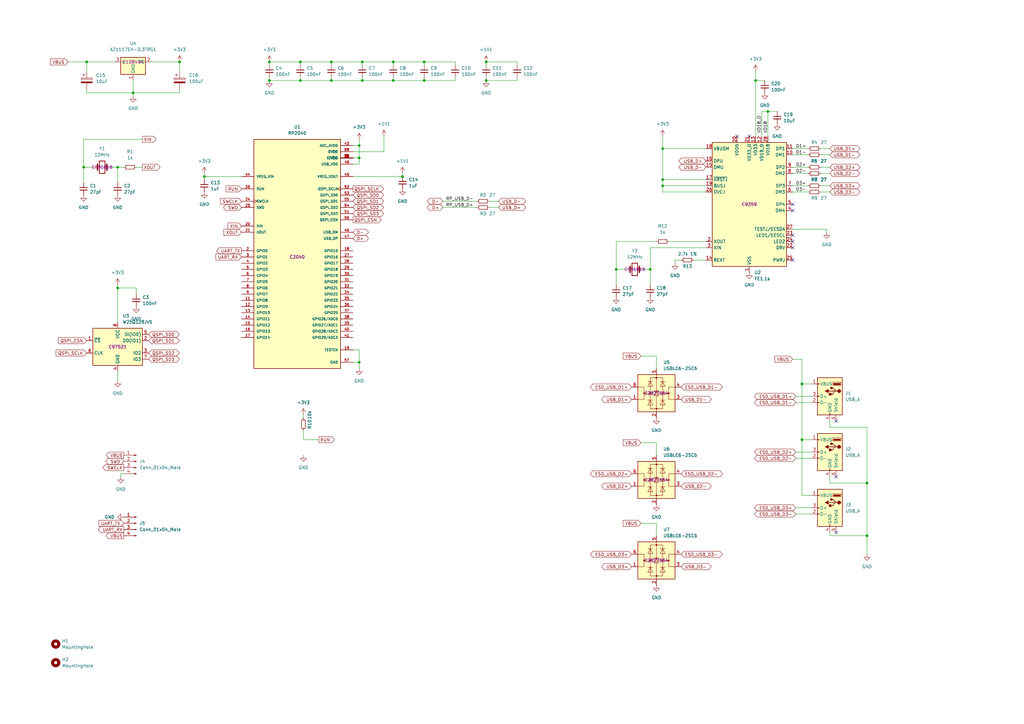
<source format=kicad_sch>
(kicad_sch (version 20211123) (generator eeschema)
  (paper "A3")
  (lib_symbols
    (symbol "Connector:Conn_01x04_Male" (pin_names (offset 1.016) hide)
      (property "Reference" "J" (at 0 5.08 0))
      (property "Value" "Conn_01x04_Male" (at 0 -7.62 0))
      (symbol "Conn_01x04_Male_1_1"
        (pin passive line (at 5.08 2.54 180) (length 3.81) (name "Pin_1") (number "1"))
        (pin passive line (at 5.08 0 180) (length 3.81) (name "Pin_2") (number "2"))
        (pin passive line (at 5.08 -2.54 180) (length 3.81) (name "Pin_3") (number "3"))
        (pin passive line (at 5.08 -5.08 180) (length 3.81) (name "Pin_4") (number "4"))
      )
    )
    (symbol "Connector:USB_A" (pin_names (offset 1.016))
      (property "Reference" "J" (at -5.08 11.43 0))
      (property "Value" "USB_A" (at -5.08 8.89 0))
      (symbol "USB_A_1_1"
        (pin power_in line (at 7.62 5.08 180) (length 2.54) (name "VBUS") (number "1"))
        (pin bidirectional line (at 7.62 -2.54 180) (length 2.54) (name "D-") (number "2"))
        (pin bidirectional line (at 7.62 0 180) (length 2.54) (name "D+") (number "3"))
        (pin power_in line (at 0 -10.16 90) (length 2.54) (name "GND") (number "4"))
        (pin passive line (at -2.54 -10.16 90) (length 2.54) (name "Shield") (number "5"))
      )
    )
    (symbol "Device:C_Polarized" (pin_numbers hide) (pin_names (offset 0.254))
      (property "Reference" "C" (at 0.635 2.54 0))
      (property "Value" "C_Polarized" (at 0.635 -2.54 0))
      (symbol "C_Polarized_1_1"
        (pin passive line (at 0 3.81 270) (length 2.794) (name "~") (number "1"))
        (pin passive line (at 0 -3.81 90) (length 2.794) (name "~") (number "2"))
      )
    )
    (symbol "Device:C_Small" (pin_numbers hide) (pin_names (offset 0.254) hide)
      (property "Reference" "C" (at 0.254 1.778 0))
      (property "Value" "C_Small" (at 0.254 -2.032 0))
      (symbol "C_Small_1_1"
        (pin passive line (at 0 2.54 270) (length 2.032) (name "~") (number "1"))
        (pin passive line (at 0 -2.54 90) (length 2.032) (name "~") (number "2"))
      )
    )
    (symbol "Device:Crystal" (pin_numbers hide) (pin_names (offset 1.016) hide)
      (property "Reference" "Y" (at 0 3.81 0))
      (property "Value" "Crystal" (at 0 -3.81 0))
      (symbol "Crystal_1_1"
        (pin passive line (at -3.81 0 0) (length 1.27) (name "1") (number "1"))
        (pin passive line (at 3.81 0 180) (length 1.27) (name "2") (number "2"))
      )
    )
    (symbol "Device:R_Small" (pin_numbers hide) (pin_names (offset 0.254) hide)
      (property "Reference" "R" (at 0.762 0.508 0))
      (property "Value" "R_Small" (at 0.762 -1.016 0))
      (symbol "R_Small_1_1"
        (pin passive line (at 0 2.54 270) (length 0.762) (name "~") (number "1"))
        (pin passive line (at 0 -2.54 90) (length 0.762) (name "~") (number "2"))
      )
    )
    (symbol "Interface_USB:FE1.1s"
      (property "Reference" "U" (at -11.43 26.67 0))
      (property "Value" "FE1.1s" (at 12.7 27.94 0))
      (symbol "FE1.1s_1_1"
        (pin power_in line (at 0 -27.94 90) (length 2.54) (name "VSS") (number "1"))
        (pin bidirectional line (at 17.78 20.32 180) (length 2.54) (name "DM1") (number "10"))
        (pin bidirectional line (at 17.78 22.86 180) (length 2.54) (name "DP1") (number "11"))
        (pin power_out line (at 5.08 27.94 270) (length 2.54) (name "VD18_O") (number "12"))
        (pin power_in line (at 2.54 27.94 270) (length 2.54) (name "VD33") (number "13"))
        (pin passive line (at -17.78 -22.86 0) (length 2.54) (name "REXT") (number "14"))
        (pin bidirectional line (at -17.78 15.24 0) (length 2.54) (name "DMU") (number "15"))
        (pin bidirectional line (at -17.78 17.78 0) (length 2.54) (name "DPU") (number "16"))
        (pin input line (at -17.78 10.16 0) (length 2.54) (name "~{XRSTJ}") (number "17"))
        (pin input line (at -17.78 22.86 0) (length 2.54) (name "VBUSM") (number "18"))
        (pin input line (at -17.78 7.62 0) (length 2.54) (name "BUSJ") (number "19"))
        (pin output line (at -17.78 -15.24 0) (length 2.54) (name "XOUT") (number "2"))
        (pin power_in line (at -5.08 27.94 270) (length 2.54) (name "VDD5") (number "20"))
        (pin power_out line (at 0 27.94 270) (length 2.54) (name "VD33_O") (number "21"))
        (pin bidirectional line (at 17.78 -17.78 180) (length 2.54) (name "DRV") (number "22"))
        (pin bidirectional line (at 17.78 -12.7 180) (length 2.54) (name "LED1/EESCL") (number "23"))
        (pin bidirectional line (at 17.78 -15.24 180) (length 2.54) (name "LED2") (number "24"))
        (pin output line (at 17.78 -22.86 180) (length 2.54) (name "PWRJ") (number "25"))
        (pin input line (at -17.78 5.08 0) (length 2.54) (name "OVCJ") (number "26"))
        (pin bidirectional line (at 17.78 -10.16 180) (length 2.54) (name "TESTJ/EESDA") (number "27"))
        (pin power_in line (at 7.62 27.94 270) (length 2.54) (name "VD18") (number "28"))
        (pin input line (at -17.78 -17.78 0) (length 2.54) (name "XIN") (number "3"))
        (pin bidirectional line (at 17.78 -2.54 180) (length 2.54) (name "DM4") (number "4"))
        (pin bidirectional line (at 17.78 0 180) (length 2.54) (name "DP4") (number "5"))
        (pin bidirectional line (at 17.78 5.08 180) (length 2.54) (name "DM3") (number "6"))
        (pin bidirectional line (at 17.78 7.62 180) (length 2.54) (name "DP3") (number "7"))
        (pin bidirectional line (at 17.78 12.7 180) (length 2.54) (name "DM2") (number "8"))
        (pin bidirectional line (at 17.78 15.24 180) (length 2.54) (name "DP2") (number "9"))
      )
    )
    (symbol "Mechanical:MountingHole" (pin_names (offset 1.016))
      (property "Reference" "H" (at 0 5.08 0))
      (property "Value" "MountingHole" (at 0 3.175 0))
    )
    (symbol "Memory_Flash:W25Q128JVS"
      (property "Reference" "U" (at -8.89 8.89 0))
      (property "Value" "W25Q128JVS" (at 7.62 8.89 0))
      (symbol "W25Q128JVS_1_1"
        (pin input line (at -12.7 2.54 0) (length 2.54) (name "~{CS}") (number "1"))
        (pin bidirectional line (at 12.7 2.54 180) (length 2.54) (name "DO(IO1)") (number "2"))
        (pin bidirectional line (at 12.7 -2.54 180) (length 2.54) (name "IO2") (number "3"))
        (pin power_in line (at 0 -10.16 90) (length 2.54) (name "GND") (number "4"))
        (pin bidirectional line (at 12.7 5.08 180) (length 2.54) (name "DI(IO0)") (number "5"))
        (pin input line (at -12.7 -2.54 0) (length 2.54) (name "CLK") (number "6"))
        (pin bidirectional line (at 12.7 -5.08 180) (length 2.54) (name "IO3") (number "7"))
        (pin power_in line (at 0 10.16 270) (length 2.54) (name "VCC") (number "8"))
      )
    )
    (symbol "Power_Protection:USBLC6-2SC6" (pin_names hide)
      (property "Reference" "U" (at 2.54 8.89 0))
      (property "Value" "USBLC6-2SC6" (at 2.54 -8.89 0))
      (symbol "USBLC6-2SC6_1_1"
        (pin passive line (at -10.16 -2.54 0) (length 2.54) (name "I/O1") (number "1"))
        (pin passive line (at 0 -10.16 90) (length 2.54) (name "GND") (number "2"))
        (pin passive line (at 10.16 -2.54 180) (length 2.54) (name "I/O2") (number "3"))
        (pin passive line (at 10.16 2.54 180) (length 2.54) (name "I/O2") (number "4"))
        (pin passive line (at 0 10.16 270) (length 2.54) (name "VBUS") (number "5"))
        (pin passive line (at -10.16 2.54 0) (length 2.54) (name "I/O1") (number "6"))
      )
    )
    (symbol "RP2040:RP2040" (pin_names (offset 1.016))
      (property "Reference" "U" (at -17.78 50.8 0))
      (property "Value" "RP2040" (at -17.78 -48.26 0))
      (symbol "RP2040_0_0"
        (pin power_in line (at 22.86 40.64 180) (length 5.08) (name "IOVDD") (number "1"))
        (pin power_in line (at 22.86 40.64 180) (length 5.08) (name "IOVDD") (number "10"))
        (pin bidirectional line (at -22.86 -17.78 0) (length 5.08) (name "GPIO8") (number "11"))
        (pin bidirectional line (at -22.86 -20.32 0) (length 5.08) (name "GPIO9") (number "12"))
        (pin bidirectional line (at -22.86 -22.86 0) (length 5.08) (name "GPIO10") (number "13"))
        (pin bidirectional line (at -22.86 -25.4 0) (length 5.08) (name "GPIO11") (number "14"))
        (pin bidirectional line (at -22.86 -27.94 0) (length 5.08) (name "GPIO12") (number "15"))
        (pin bidirectional line (at -22.86 -30.48 0) (length 5.08) (name "GPIO13") (number "16"))
        (pin bidirectional line (at -22.86 -33.02 0) (length 5.08) (name "GPIO14") (number "17"))
        (pin bidirectional line (at 22.86 2.54 180) (length 5.08) (name "GPIO15") (number "18"))
        (pin passive line (at 22.86 -38.1 180) (length 5.08) (name "TESTEN") (number "19"))
        (pin bidirectional line (at -22.86 2.54 0) (length 5.08) (name "GPIO0") (number "2"))
        (pin input line (at -22.86 12.7 0) (length 5.08) (name "XIN") (number "20"))
        (pin output line (at -22.86 10.16 0) (length 5.08) (name "XOUT") (number "21"))
        (pin power_in line (at 22.86 40.64 180) (length 5.08) (name "IOVDD") (number "22"))
        (pin power_in line (at 22.86 43.18 180) (length 5.08) (name "DVDD") (number "23"))
        (pin input clock (at -22.86 22.86 0) (length 5.08) (name "SWCLK") (number "24"))
        (pin bidirectional line (at -22.86 20.32 0) (length 5.08) (name "SWD") (number "25"))
        (pin input line (at -22.86 27.94 0) (length 5.08) (name "RUN") (number "26"))
        (pin bidirectional line (at 22.86 0 180) (length 5.08) (name "GPIO16") (number "27"))
        (pin bidirectional line (at 22.86 -2.54 180) (length 5.08) (name "GPIO17") (number "28"))
        (pin bidirectional line (at 22.86 -5.08 180) (length 5.08) (name "GPIO18") (number "29"))
        (pin bidirectional line (at -22.86 0 0) (length 5.08) (name "GPIO1") (number "3"))
        (pin bidirectional line (at 22.86 -7.62 180) (length 5.08) (name "GPIO19") (number "30"))
        (pin bidirectional line (at 22.86 -10.16 180) (length 5.08) (name "GPIO20") (number "31"))
        (pin bidirectional line (at 22.86 -12.7 180) (length 5.08) (name "GPIO21") (number "32"))
        (pin power_in line (at 22.86 40.64 180) (length 5.08) (name "IOVDD") (number "33"))
        (pin bidirectional line (at 22.86 -15.24 180) (length 5.08) (name "GPIO22") (number "34"))
        (pin bidirectional line (at 22.86 -17.78 180) (length 5.08) (name "GPIO23") (number "35"))
        (pin bidirectional line (at 22.86 -20.32 180) (length 5.08) (name "GPIO24") (number "36"))
        (pin bidirectional line (at 22.86 -22.86 180) (length 5.08) (name "GPIO25") (number "37"))
        (pin bidirectional line (at 22.86 -25.4 180) (length 5.08) (name "GPIO26/ADC0") (number "38"))
        (pin bidirectional line (at 22.86 -27.94 180) (length 5.08) (name "GPIO27/ADC1") (number "39"))
        (pin bidirectional line (at -22.86 -2.54 0) (length 5.08) (name "GPIO2") (number "4"))
        (pin bidirectional line (at 22.86 -30.48 180) (length 5.08) (name "GPIO28/ADC2") (number "40"))
        (pin bidirectional line (at 22.86 -33.02 180) (length 5.08) (name "GPIO29/ADC3") (number "41"))
        (pin power_in line (at 22.86 40.64 180) (length 5.08) (name "IOVDD") (number "42"))
        (pin power_in line (at 22.86 45.72 180) (length 5.08) (name "ADC_AVDD") (number "43"))
        (pin input line (at -22.86 33.02 0) (length 5.08) (name "VREG_VIN") (number "44"))
        (pin output line (at 22.86 33.02 180) (length 5.08) (name "VREG_VOUT") (number "45"))
        (pin bidirectional line (at 22.86 10.16 180) (length 5.08) (name "USB_DM") (number "46"))
        (pin bidirectional line (at 22.86 7.62 180) (length 5.08) (name "USB_DP") (number "47"))
        (pin power_in line (at 22.86 38.1 180) (length 5.08) (name "USB_VDD") (number "48"))
        (pin power_in line (at 22.86 40.64 180) (length 5.08) (name "IOVDD") (number "49"))
        (pin bidirectional line (at -22.86 -5.08 0) (length 5.08) (name "GPIO3") (number "5"))
        (pin power_in line (at 22.86 43.18 180) (length 5.08) (name "DVDD") (number "50"))
        (pin bidirectional line (at 22.86 17.78 180) (length 5.08) (name "QSPI_SD3") (number "51"))
        (pin bidirectional clock (at 22.86 27.94 180) (length 5.08) (name "QSPI_SCLK") (number "52"))
        (pin bidirectional line (at 22.86 25.4 180) (length 5.08) (name "QSPI_SD0") (number "53"))
        (pin bidirectional line (at 22.86 20.32 180) (length 5.08) (name "QSPI_SD2") (number "54"))
        (pin bidirectional line (at 22.86 22.86 180) (length 5.08) (name "QSPI_SD1") (number "55"))
        (pin bidirectional line (at 22.86 15.24 180) (length 5.08) (name "QSPI_CSN") (number "56"))
        (pin power_in line (at 22.86 -43.18 180) (length 5.08) (name "GND") (number "57"))
        (pin bidirectional line (at -22.86 -7.62 0) (length 5.08) (name "GPIO4") (number "6"))
        (pin bidirectional line (at -22.86 -10.16 0) (length 5.08) (name "GPIO5") (number "7"))
        (pin bidirectional line (at -22.86 -12.7 0) (length 5.08) (name "GPIO6") (number "8"))
        (pin bidirectional line (at -22.86 -15.24 0) (length 5.08) (name "GPIO7") (number "9"))
      )
    )
    (symbol "Regulator_Linear:AP1117-33" (pin_names (offset 0.254))
      (property "Reference" "U" (at -3.81 3.175 0))
      (property "Value" "AP1117-33" (at 0 3.175 0))
      (symbol "AP1117-33_1_1"
        (pin power_in line (at 0 -7.62 90) (length 2.54) (name "GND") (number "1"))
        (pin power_out line (at 7.62 0 180) (length 2.54) (name "VO") (number "2"))
        (pin power_in line (at -7.62 0 0) (length 2.54) (name "VI") (number "3"))
      )
    )
    (symbol "power:+1V1" (power) (pin_names (offset 0))
      (property "Value" "+1V1" (at 0 3.556 0))
      (symbol "+1V1_1_1"
        (pin power_in line (at 0 0 90) (length 0) hide (name "+1V1") (number "1"))
      )
    )
    (symbol "power:+3.3V" (power) (pin_names (offset 0))
      (property "Value" "+3.3V" (at 0 3.556 0))
      (symbol "+3.3V_1_1"
        (pin power_in line (at 0 0 90) (length 0) hide (name "+3V3") (number "1"))
      )
    )
    (symbol "power:GND" (power) (pin_names (offset 0))
      (property "Value" "GND" (at 0 -3.81 0))
      (symbol "GND_1_1"
        (pin power_in line (at 0 0 270) (length 0) hide (name "GND") (number "1"))
      )
    )
  )
  (junction (at 271.78 73.66))
  (junction (at 110.49 33.02))
  (junction (at 110.49 25.4))
  (junction (at 147.32 64.77))
  (junction (at 161.29 25.4))
  (junction (at 266.7 110.49))
  (junction (at 147.32 148.59))
  (junction (at 199.39 33.02))
  (junction (at 83.82 72.39))
  (junction (at 161.29 33.02))
  (junction (at 123.19 33.02))
  (junction (at 328.93 157.48))
  (junction (at 135.89 33.02))
  (junction (at 48.26 68.58))
  (junction (at 173.99 25.4))
  (junction (at 73.66 25.4))
  (junction (at 173.99 33.02))
  (junction (at 48.26 118.11))
  (junction (at 34.29 68.58))
  (junction (at 252.73 110.49))
  (junction (at 328.93 180.34))
  (junction (at 271.78 60.96))
  (junction (at 147.32 59.69))
  (junction (at 199.39 25.4))
  (junction (at 148.59 25.4))
  (junction (at 314.96 45.72))
  (junction (at 309.88 33.02))
  (junction (at 35.56 25.4))
  (junction (at 148.59 33.02))
  (junction (at 123.19 25.4))
  (junction (at 271.78 76.2))
  (junction (at 355.6 219.71))
  (junction (at 165.1 72.39))
  (junction (at 355.6 198.12))
  (junction (at 135.89 25.4))
  (junction (at 54.61 38.1))
  (no_connect (at 325.12 101.6))
  (no_connect (at 325.12 106.68))
  (no_connect (at 325.12 99.06))
  (no_connect (at 325.12 96.52))
  (no_connect (at 325.12 83.82))
  (no_connect (at 325.12 86.36))
  (no_connect (at 342.9 195.58))
  (no_connect (at 342.9 218.44))
  (no_connect (at 342.9 172.72))
  (no_connect (at 302.26 55.88))
  (no_connect (at 307.34 55.88))
  (wire (pts (xy 148.59 33.02) (xy 135.89 33.02)))
  (wire (pts (xy 328.93 157.48) (xy 332.74 157.48)))
  (wire (pts (xy 340.36 172.72) (xy 340.36 175.26)))
  (wire (pts (xy 199.39 26.67) (xy 199.39 25.4)))
  (wire (pts (xy 312.42 55.88) (xy 312.42 45.72)))
  (wire (pts (xy 54.61 33.02) (xy 54.61 38.1)))
  (wire (pts (xy 326.39 185.42) (xy 332.74 185.42)))
  (wire (pts (xy 35.56 25.4) (xy 35.56 29.21)))
  (wire (pts (xy 340.36 198.12) (xy 355.6 198.12)))
  (wire (pts (xy 325.12 93.98) (xy 339.09 93.98)))
  (wire (pts (xy 331.47 60.96) (xy 325.12 60.96)))
  (wire (pts (xy 147.32 64.77) (xy 147.32 67.31)))
  (wire (pts (xy 289.56 78.74) (xy 271.78 78.74)))
  (wire (pts (xy 123.19 25.4) (xy 135.89 25.4)))
  (wire (pts (xy 326.39 187.96) (xy 332.74 187.96)))
  (wire (pts (xy 266.7 110.49) (xy 266.7 116.84)))
  (wire (pts (xy 110.49 25.4) (xy 110.49 26.67)))
  (wire (pts (xy 340.36 219.71) (xy 355.6 219.71)))
  (wire (pts (xy 49.53 194.31) (xy 50.8 194.31)))
  (wire (pts (xy 35.56 38.1) (xy 54.61 38.1)))
  (wire (pts (xy 328.93 203.2) (xy 332.74 203.2)))
  (wire (pts (xy 314.96 45.72) (xy 314.96 55.88)))
  (wire (pts (xy 62.23 25.4) (xy 73.66 25.4)))
  (wire (pts (xy 48.26 68.58) (xy 48.26 74.93)))
  (wire (pts (xy 325.12 147.32) (xy 328.93 147.32)))
  (wire (pts (xy 73.66 38.1) (xy 54.61 38.1)))
  (wire (pts (xy 271.78 55.88) (xy 271.78 60.96)))
  (wire (pts (xy 256.54 110.49) (xy 252.73 110.49)))
  (wire (pts (xy 144.78 62.23) (xy 157.48 62.23)))
  (wire (pts (xy 34.29 68.58) (xy 34.29 74.93)))
  (wire (pts (xy 161.29 31.75) (xy 161.29 33.02)))
  (wire (pts (xy 326.39 208.28) (xy 332.74 208.28)))
  (wire (pts (xy 326.39 210.82) (xy 332.74 210.82)))
  (wire (pts (xy 55.88 68.58) (xy 58.42 68.58)))
  (wire (pts (xy 212.09 26.67) (xy 212.09 25.4)))
  (wire (pts (xy 147.32 148.59) (xy 147.32 151.13)))
  (wire (pts (xy 173.99 26.67) (xy 173.99 25.4)))
  (wire (pts (xy 271.78 76.2) (xy 271.78 78.74)))
  (wire (pts (xy 173.99 25.4) (xy 186.69 25.4)))
  (wire (pts (xy 200.66 82.55) (xy 204.47 82.55)))
  (wire (pts (xy 262.89 181.61) (xy 269.24 181.61)))
  (wire (pts (xy 269.24 214.63) (xy 269.24 219.71)))
  (wire (pts (xy 340.36 175.26) (xy 355.6 175.26)))
  (wire (pts (xy 328.93 180.34) (xy 328.93 203.2)))
  (wire (pts (xy 340.36 63.5) (xy 336.55 63.5)))
  (wire (pts (xy 274.32 99.06) (xy 289.56 99.06)))
  (wire (pts (xy 186.69 26.67) (xy 186.69 25.4)))
  (wire (pts (xy 144.78 148.59) (xy 147.32 148.59)))
  (wire (pts (xy 328.93 180.34) (xy 332.74 180.34)))
  (wire (pts (xy 186.69 33.02) (xy 173.99 33.02)))
  (wire (pts (xy 161.29 26.67) (xy 161.29 25.4)))
  (wire (pts (xy 284.48 106.68) (xy 289.56 106.68)))
  (wire (pts (xy 199.39 31.75) (xy 199.39 33.02)))
  (wire (pts (xy 123.19 31.75) (xy 123.19 33.02)))
  (wire (pts (xy 48.26 152.4) (xy 48.26 156.21)))
  (wire (pts (xy 271.78 60.96) (xy 271.78 73.66)))
  (wire (pts (xy 331.47 63.5) (xy 325.12 63.5)))
  (wire (pts (xy 328.93 157.48) (xy 328.93 180.34)))
  (wire (pts (xy 34.29 57.15) (xy 34.29 68.58)))
  (wire (pts (xy 276.86 107.95) (xy 276.86 106.68)))
  (wire (pts (xy 27.94 25.4) (xy 35.56 25.4)))
  (wire (pts (xy 186.69 31.75) (xy 186.69 33.02)))
  (wire (pts (xy 148.59 31.75) (xy 148.59 33.02)))
  (wire (pts (xy 309.88 33.02) (xy 309.88 55.88)))
  (wire (pts (xy 147.32 143.51) (xy 147.32 148.59)))
  (wire (pts (xy 58.42 57.15) (xy 34.29 57.15)))
  (wire (pts (xy 49.53 195.58) (xy 49.53 194.31)))
  (wire (pts (xy 289.56 101.6) (xy 266.7 101.6)))
  (wire (pts (xy 123.19 26.67) (xy 123.19 25.4)))
  (wire (pts (xy 262.89 214.63) (xy 269.24 214.63)))
  (wire (pts (xy 264.16 110.49) (xy 266.7 110.49)))
  (wire (pts (xy 212.09 31.75) (xy 212.09 33.02)))
  (wire (pts (xy 147.32 67.31) (xy 144.78 67.31)))
  (wire (pts (xy 144.78 59.69) (xy 147.32 59.69)))
  (wire (pts (xy 73.66 36.83) (xy 73.66 38.1)))
  (wire (pts (xy 83.82 73.66) (xy 83.82 72.39)))
  (wire (pts (xy 309.88 33.02) (xy 313.69 33.02)))
  (wire (pts (xy 135.89 25.4) (xy 148.59 25.4)))
  (wire (pts (xy 165.1 72.39) (xy 165.1 71.12)))
  (wire (pts (xy 124.46 170.18) (xy 124.46 171.45)))
  (wire (pts (xy 135.89 31.75) (xy 135.89 33.02)))
  (wire (pts (xy 355.6 219.71) (xy 355.6 227.33)))
  (wire (pts (xy 54.61 38.1) (xy 54.61 39.37)))
  (wire (pts (xy 48.26 68.58) (xy 50.8 68.58)))
  (wire (pts (xy 340.36 218.44) (xy 340.36 219.71)))
  (wire (pts (xy 55.88 118.11) (xy 48.26 118.11)))
  (wire (pts (xy 355.6 198.12) (xy 355.6 219.71)))
  (wire (pts (xy 48.26 116.84) (xy 48.26 118.11)))
  (wire (pts (xy 289.56 76.2) (xy 271.78 76.2)))
  (wire (pts (xy 135.89 26.67) (xy 135.89 25.4)))
  (wire (pts (xy 148.59 26.67) (xy 148.59 25.4)))
  (wire (pts (xy 144.78 72.39) (xy 165.1 72.39)))
  (wire (pts (xy 124.46 176.53) (xy 124.46 180.34)))
  (wire (pts (xy 110.49 31.75) (xy 110.49 33.02)))
  (wire (pts (xy 161.29 25.4) (xy 173.99 25.4)))
  (wire (pts (xy 35.56 36.83) (xy 35.56 38.1)))
  (wire (pts (xy 331.47 76.2) (xy 325.12 76.2)))
  (wire (pts (xy 147.32 57.15) (xy 147.32 59.69)))
  (wire (pts (xy 309.88 29.21) (xy 309.88 33.02)))
  (wire (pts (xy 331.47 68.58) (xy 325.12 68.58)))
  (wire (pts (xy 312.42 45.72) (xy 314.96 45.72)))
  (wire (pts (xy 73.66 25.4) (xy 73.66 29.21)))
  (wire (pts (xy 148.59 25.4) (xy 161.29 25.4)))
  (wire (pts (xy 339.09 93.98) (xy 339.09 95.25)))
  (wire (pts (xy 314.96 45.72) (xy 318.77 45.72)))
  (wire (pts (xy 262.89 146.05) (xy 269.24 146.05)))
  (wire (pts (xy 124.46 180.34) (xy 130.81 180.34)))
  (wire (pts (xy 326.39 165.1) (xy 332.74 165.1)))
  (wire (pts (xy 269.24 99.06) (xy 252.73 99.06)))
  (wire (pts (xy 181.61 82.55) (xy 195.58 82.55)))
  (wire (pts (xy 271.78 60.96) (xy 289.56 60.96)))
  (wire (pts (xy 212.09 33.02) (xy 199.39 33.02)))
  (wire (pts (xy 200.66 85.09) (xy 204.47 85.09)))
  (wire (pts (xy 276.86 106.68) (xy 279.4 106.68)))
  (wire (pts (xy 340.36 68.58) (xy 336.55 68.58)))
  (wire (pts (xy 161.29 33.02) (xy 148.59 33.02)))
  (wire (pts (xy 83.82 71.12) (xy 83.82 72.39)))
  (wire (pts (xy 266.7 101.6) (xy 266.7 110.49)))
  (wire (pts (xy 271.78 76.2) (xy 271.78 73.66)))
  (wire (pts (xy 340.36 76.2) (xy 336.55 76.2)))
  (wire (pts (xy 331.47 78.74) (xy 325.12 78.74)))
  (wire (pts (xy 135.89 33.02) (xy 123.19 33.02)))
  (wire (pts (xy 144.78 64.77) (xy 147.32 64.77)))
  (wire (pts (xy 83.82 72.39) (xy 99.06 72.39)))
  (wire (pts (xy 340.36 195.58) (xy 340.36 198.12)))
  (wire (pts (xy 147.32 59.69) (xy 147.32 64.77)))
  (wire (pts (xy 212.09 25.4) (xy 199.39 25.4)))
  (wire (pts (xy 123.19 33.02) (xy 110.49 33.02)))
  (wire (pts (xy 269.24 146.05) (xy 269.24 151.13)))
  (wire (pts (xy 123.19 25.4) (xy 110.49 25.4)))
  (wire (pts (xy 252.73 110.49) (xy 252.73 116.84)))
  (wire (pts (xy 331.47 71.12) (xy 325.12 71.12)))
  (wire (pts (xy 55.88 120.65) (xy 55.88 118.11)))
  (wire (pts (xy 340.36 60.96) (xy 336.55 60.96)))
  (wire (pts (xy 326.39 162.56) (xy 332.74 162.56)))
  (wire (pts (xy 355.6 175.26) (xy 355.6 198.12)))
  (wire (pts (xy 38.1 68.58) (xy 34.29 68.58)))
  (wire (pts (xy 340.36 78.74) (xy 336.55 78.74)))
  (wire (pts (xy 48.26 118.11) (xy 48.26 132.08)))
  (wire (pts (xy 340.36 71.12) (xy 336.55 71.12)))
  (wire (pts (xy 173.99 31.75) (xy 173.99 33.02)))
  (wire (pts (xy 271.78 73.66) (xy 289.56 73.66)))
  (wire (pts (xy 144.78 143.51) (xy 147.32 143.51)))
  (wire (pts (xy 157.48 62.23) (xy 157.48 55.88)))
  (wire (pts (xy 328.93 147.32) (xy 328.93 157.48)))
  (wire (pts (xy 173.99 33.02) (xy 161.29 33.02)))
  (wire (pts (xy 269.24 181.61) (xy 269.24 186.69)))
  (wire (pts (xy 35.56 25.4) (xy 46.99 25.4)))
  (wire (pts (xy 45.72 68.58) (xy 48.26 68.58)))
  (wire (pts (xy 181.61 85.09) (xy 195.58 85.09)))
  (wire (pts (xy 252.73 99.06) (xy 252.73 110.49)))
  (label "VD18" (at 314.96 54.61 90))
  (label "D3+" (at 326.39 76.2 0))
  (label "D1+" (at 326.39 60.96 0))
  (label "D2+" (at 326.39 68.58 0))
  (label "RP_USB_D+" (at 182.88 85.09 0))
  (label "RP_USB_D-" (at 182.88 82.55 0))
  (label "D2-" (at 326.39 71.12 0))
  (label "VD18_O" (at 312.42 54.61 90))
  (label "D1-" (at 326.39 63.5 0))
  (label "D3-" (at 326.39 78.74 0))
  (global_label "USB_D2+" (shape bidirectional) (at 340.36 68.58 0) (property "Intersheet References" "${INTERSHEET_REFS}" (effects hide)))
  (global_label "QSPI_SD0" (shape bidirectional) (at 60.96 137.16 0) (property "Intersheet References" "${INTERSHEET_REFS}" (effects hide)))
  (global_label "ESD_USB_D1+" (shape bidirectional) (at 259.08 158.75 180) (property "Intersheet References" "${INTERSHEET_REFS}" (effects hide)))
  (global_label "USB_D3+" (shape bidirectional) (at 259.08 232.41 180) (property "Intersheet References" "${INTERSHEET_REFS}" (effects hide)))
  (global_label "USB_D3-" (shape bidirectional) (at 340.36 78.74 0) (property "Intersheet References" "${INTERSHEET_REFS}" (effects hide)))
  (global_label "QSPI_SD3" (shape bidirectional) (at 144.78 87.63 0) (property "Intersheet References" "${INTERSHEET_REFS}" (effects hide)))
  (global_label "SWD" (shape bidirectional) (at 99.06 85.09 180) (property "Intersheet References" "${INTERSHEET_REFS}" (effects hide)))
  (global_label "ESD_USB_D3-" (shape bidirectional) (at 326.39 210.82 180) (property "Intersheet References" "${INTERSHEET_REFS}" (effects hide)))
  (global_label "USB_D2-" (shape bidirectional) (at 279.4 199.39 0) (property "Intersheet References" "${INTERSHEET_REFS}" (effects hide)))
  (global_label "RUN" (shape output) (at 130.81 180.34 0) (property "Intersheet References" "${INTERSHEET_REFS}" (effects hide)))
  (global_label "XIN" (shape input) (at 99.06 92.71 180) (property "Intersheet References" "${INTERSHEET_REFS}" (effects hide)))
  (global_label "RUN" (shape input) (at 99.06 77.47 180) (property "Intersheet References" "${INTERSHEET_REFS}" (effects hide)))
  (global_label "USB_D1+" (shape bidirectional) (at 340.36 60.96 0) (property "Intersheet References" "${INTERSHEET_REFS}" (effects hide)))
  (global_label "ESD_USB_D2+" (shape bidirectional) (at 326.39 185.42 180) (property "Intersheet References" "${INTERSHEET_REFS}" (effects hide)))
  (global_label "VBUS" (shape input) (at 27.94 25.4 180) (property "Intersheet References" "${INTERSHEET_REFS}" (effects hide)))
  (global_label "QSPI_SD3" (shape bidirectional) (at 60.96 147.32 0) (property "Intersheet References" "${INTERSHEET_REFS}" (effects hide)))
  (global_label "D-" (shape bidirectional) (at 144.78 95.25 0) (property "Intersheet References" "${INTERSHEET_REFS}" (effects hide)))
  (global_label "XIN" (shape output) (at 58.42 57.15 0) (property "Intersheet References" "${INTERSHEET_REFS}" (effects hide)))
  (global_label "USB_D1-" (shape bidirectional) (at 279.4 163.83 0) (property "Intersheet References" "${INTERSHEET_REFS}" (effects hide)))
  (global_label "USB_D-" (shape bidirectional) (at 204.47 82.55 0) (property "Intersheet References" "${INTERSHEET_REFS}" (effects hide)))
  (global_label "QSPI_SD2" (shape bidirectional) (at 60.96 144.78 0) (property "Intersheet References" "${INTERSHEET_REFS}" (effects hide)))
  (global_label "UART_RX" (shape input) (at 99.06 105.41 180) (property "Intersheet References" "${INTERSHEET_REFS}" (effects hide)))
  (global_label "USB_D1-" (shape bidirectional) (at 340.36 63.5 0) (property "Intersheet References" "${INTERSHEET_REFS}" (effects hide)))
  (global_label "QSPI_SD1" (shape bidirectional) (at 144.78 82.55 0) (property "Intersheet References" "${INTERSHEET_REFS}" (effects hide)))
  (global_label "USB_D3+" (shape bidirectional) (at 340.36 76.2 0) (property "Intersheet References" "${INTERSHEET_REFS}" (effects hide)))
  (global_label "ESD_USB_D1+" (shape bidirectional) (at 326.39 162.56 180) (property "Intersheet References" "${INTERSHEET_REFS}" (effects hide)))
  (global_label "SWCLK" (shape output) (at 50.8 191.77 180) (property "Intersheet References" "${INTERSHEET_REFS}" (effects hide)))
  (global_label "UART_RX" (shape output) (at 50.8 217.17 180) (property "Intersheet References" "${INTERSHEET_REFS}" (effects hide)))
  (global_label "ESD_USB_D3+" (shape bidirectional) (at 259.08 227.33 180) (property "Intersheet References" "${INTERSHEET_REFS}" (effects hide)))
  (global_label "USB_D+" (shape bidirectional) (at 204.47 85.09 0) (property "Intersheet References" "${INTERSHEET_REFS}" (effects hide)))
  (global_label "VBUS" (shape input) (at 325.12 147.32 180) (property "Intersheet References" "${INTERSHEET_REFS}" (effects hide)))
  (global_label "USB_D-" (shape bidirectional) (at 289.56 68.58 180) (property "Intersheet References" "${INTERSHEET_REFS}" (effects hide)))
  (global_label "VBUS" (shape input) (at 262.89 214.63 180) (property "Intersheet References" "${INTERSHEET_REFS}" (effects hide)))
  (global_label "ESD_USB_D1-" (shape bidirectional) (at 279.4 158.75 0) (property "Intersheet References" "${INTERSHEET_REFS}" (effects hide)))
  (global_label "USB_D2+" (shape bidirectional) (at 259.08 199.39 180) (property "Intersheet References" "${INTERSHEET_REFS}" (effects hide)))
  (global_label "QSPI_SD0" (shape bidirectional) (at 144.78 80.01 0) (property "Intersheet References" "${INTERSHEET_REFS}" (effects hide)))
  (global_label "QSPI_SCLK" (shape input) (at 35.56 144.78 180) (property "Intersheet References" "${INTERSHEET_REFS}" (effects hide)))
  (global_label "D+" (shape bidirectional) (at 181.61 85.09 180) (property "Intersheet References" "${INTERSHEET_REFS}" (effects hide)))
  (global_label "QSPI_SD2" (shape bidirectional) (at 144.78 85.09 0) (property "Intersheet References" "${INTERSHEET_REFS}" (effects hide)))
  (global_label "D-" (shape bidirectional) (at 181.61 82.55 180) (property "Intersheet References" "${INTERSHEET_REFS}" (effects hide)))
  (global_label "ESD_USB_D2-" (shape bidirectional) (at 279.4 194.31 0) (property "Intersheet References" "${INTERSHEET_REFS}" (effects hide)))
  (global_label "QSPI_CSN" (shape output) (at 144.78 90.17 0) (property "Intersheet References" "${INTERSHEET_REFS}" (effects hide)))
  (global_label "SWD" (shape bidirectional) (at 50.8 189.23 180) (property "Intersheet References" "${INTERSHEET_REFS}" (effects hide)))
  (global_label "USB_D+" (shape bidirectional) (at 289.56 66.04 180) (property "Intersheet References" "${INTERSHEET_REFS}" (effects hide)))
  (global_label "USB_D3-" (shape bidirectional) (at 279.4 232.41 0) (property "Intersheet References" "${INTERSHEET_REFS}" (effects hide)))
  (global_label "VBUS" (shape input) (at 262.89 146.05 180) (property "Intersheet References" "${INTERSHEET_REFS}" (effects hide)))
  (global_label "ESD_USB_D2-" (shape bidirectional) (at 326.39 187.96 180) (property "Intersheet References" "${INTERSHEET_REFS}" (effects hide)))
  (global_label "ESD_USB_D1-" (shape bidirectional) (at 326.39 165.1 180) (property "Intersheet References" "${INTERSHEET_REFS}" (effects hide)))
  (global_label "SWCLK" (shape input) (at 99.06 82.55 180) (property "Intersheet References" "${INTERSHEET_REFS}" (effects hide)))
  (global_label "VBUS" (shape output) (at 50.8 219.71 180) (property "Intersheet References" "${INTERSHEET_REFS}" (effects hide)))
  (global_label "QSPI_CSN" (shape input) (at 35.56 139.7 180) (property "Intersheet References" "${INTERSHEET_REFS}" (effects hide)))
  (global_label "UART_TX" (shape input) (at 50.8 214.63 180) (property "Intersheet References" "${INTERSHEET_REFS}" (effects hide)))
  (global_label "UART_TX" (shape output) (at 99.06 102.87 180) (property "Intersheet References" "${INTERSHEET_REFS}" (effects hide)))
  (global_label "VBUS" (shape input) (at 262.89 181.61 180) (property "Intersheet References" "${INTERSHEET_REFS}" (effects hide)))
  (global_label "ESD_USB_D3+" (shape bidirectional) (at 326.39 208.28 180) (property "Intersheet References" "${INTERSHEET_REFS}" (effects hide)))
  (global_label "ESD_USB_D2+" (shape bidirectional) (at 259.08 194.31 180) (property "Intersheet References" "${INTERSHEET_REFS}" (effects hide)))
  (global_label "VBUS" (shape output) (at 50.8 186.69 180) (property "Intersheet References" "${INTERSHEET_REFS}" (effects hide)))
  (global_label "XOUT" (shape input) (at 99.06 95.25 180) (property "Intersheet References" "${INTERSHEET_REFS}" (effects hide)))
  (global_label "ESD_USB_D3-" (shape bidirectional) (at 279.4 227.33 0) (property "Intersheet References" "${INTERSHEET_REFS}" (effects hide)))
  (global_label "QSPI_SCLK" (shape output) (at 144.78 77.47 0) (property "Intersheet References" "${INTERSHEET_REFS}" (effects hide)))
  (global_label "QSPI_SD1" (shape bidirectional) (at 60.96 139.7 0) (property "Intersheet References" "${INTERSHEET_REFS}" (effects hide)))
  (global_label "D+" (shape bidirectional) (at 144.78 97.79 0) (property "Intersheet References" "${INTERSHEET_REFS}" (effects hide)))
  (global_label "USB_D1+" (shape bidirectional) (at 259.08 163.83 180) (property "Intersheet References" "${INTERSHEET_REFS}" (effects hide)))
  (global_label "XOUT" (shape output) (at 58.42 68.58 0) (property "Intersheet References" "${INTERSHEET_REFS}" (effects hide)))
  (global_label "USB_D2-" (shape bidirectional) (at 340.36 71.12 0) (property "Intersheet References" "${INTERSHEET_REFS}" (effects hide)))
  (symbol (lib_id "power:GND") (at 34.29 80.01 0) (unit 1)
    (property "Reference" "#PWR0101" (effects hide))
    (property "Value" "GND" (at 34.29 85.09 0))
  )
  (symbol (lib_id "power:GND") (at 199.39 33.02 0) (unit 1)
    (property "Reference" "#PWR0113" (effects hide))
    (property "Value" "GND" (at 199.39 38.1 0))
  )
  (symbol (lib_id "Memory_Flash:W25Q128JVS") (at 48.26 142.24 0) (unit 1)
    (property "Reference" "U3" (at 50.2794 129.54 0) (effects (justify left)))
    (property "Value" "W25Q128JVS" (at 50.2794 132.08 0) (effects (justify left)))
    (property "Footprint" "Package_SO:SOIC-8_5.23x5.23mm_P1.27mm" (effects hide))
    (property "Datasheet" "http://www.winbond.com/resource-files/w25q128jv_dtr%20revc%2003272018%20plus.pdf" (effects hide))
    (property "LCSC" "C97521" (at 48.26 142.24 0))
  )
  (symbol (lib_id "power:+1V1") (at 199.39 25.4 0) (unit 1)
    (property "Reference" "#PWR0114" (effects hide))
    (property "Value" "+1V1" (at 199.39 20.32 0))
  )
  (symbol (lib_id "Device:C_Small") (at 34.29 77.47 0) (unit 1)
    (property "Reference" "C1" (at 36.83 76.2062 0) (effects (justify left)))
    (property "Value" "27pF" (at 36.83 78.7462 0) (effects (justify left)))
    (property "Footprint" "Capacitor_SMD:C_0805_2012Metric" (effects hide))
  )
  (symbol (lib_id "power:GND") (at 54.61 39.37 0) (unit 1)
    (property "Reference" "#PWR0118" (effects hide))
    (property "Value" "GND" (at 54.61 44.45 0))
  )
  (symbol (lib_id "Device:C_Polarized") (at 73.66 33.02 0) (unit 1)
    (property "Reference" "C16" (at 77.47 30.8609 0) (effects (justify left)))
    (property "Value" "100uF" (at 77.47 33.4009 0) (effects (justify left)))
    (property "Footprint" "Capacitor_SMD:CP_Elec_5x5.3" (effects hide))
  )
  (symbol (lib_id "Device:R_Small") (at 124.46 173.99 180) (unit 1)
    (property "Reference" "R10" (at 127 173.99 90))
    (property "Value" "10k" (at 127 170.18 90))
    (property "Footprint" "Resistor_SMD:R_0402_1005Metric" (effects hide))
  )
  (symbol (lib_id "power:+3.3V") (at 271.78 55.88 0) (unit 1)
    (property "Reference" "#PWR0127" (effects hide))
    (property "Value" "+3.3V" (at 271.78 50.8 0))
  )
  (symbol (lib_id "Connector:USB_A") (at 340.36 162.56 0) (mirror y) (unit 1)
    (property "Reference" "J1" (at 346.71 161.2899 0) (effects (justify right)))
    (property "Value" "USB_A" (at 346.71 163.8299 0) (effects (justify right)))
    (property "Footprint" "Connector_USB:USB_A_TE_292303-7_Horizontal" (effects hide))
    (property "Datasheet" " ~" (effects hide))
  )
  (symbol (lib_id "Device:C_Small") (at 161.29 29.21 0) (unit 1)
    (property "Reference" "C8" (at 163.83 27.9462 0) (effects (justify left)))
    (property "Value" "100nF" (at 163.83 30.4862 0) (effects (justify left)))
    (property "Footprint" "Capacitor_SMD:C_0402_1005Metric" (effects hide))
  )
  (symbol (lib_id "power:GND") (at 355.6 227.33 0) (unit 1)
    (property "Reference" "#PWR0103" (effects hide))
    (property "Value" "GND" (at 355.6 232.41 0))
  )
  (symbol (lib_id "Device:R_Small") (at 334.01 68.58 90) (unit 1)
    (property "Reference" "R6" (at 334.01 66.04 90))
    (property "Value" "27" (at 337.82 66.04 90))
    (property "Footprint" "Resistor_SMD:R_0402_1005Metric" (effects hide))
  )
  (symbol (lib_id "Connector:USB_A") (at 340.36 208.28 0) (mirror y) (unit 1)
    (property "Reference" "J3" (at 346.71 207.0099 0) (effects (justify right)))
    (property "Value" "USB_A" (at 346.71 209.5499 0) (effects (justify right)))
    (property "Footprint" "Connector_USB:USB_A_TE_292303-7_Horizontal" (effects hide))
    (property "Datasheet" " ~" (effects hide))
  )
  (symbol (lib_id "Device:Crystal") (at 260.35 110.49 0) (unit 1)
    (property "Reference" "Y2" (at 260.35 102.87 0))
    (property "Value" "12MHz" (at 260.35 105.41 0))
    (property "Footprint" "Crystal:Crystal_SMD_HC49-SD" (effects hide))
    (property "LCPC" "C596818" (at 260.35 110.49 0))
  )
  (symbol (lib_id "Device:R_Small") (at 334.01 63.5 90) (unit 1)
    (property "Reference" "R5" (at 334.01 66.04 90))
    (property "Value" "27" (at 337.82 66.04 90))
    (property "Footprint" "Resistor_SMD:R_0402_1005Metric" (effects hide))
  )
  (symbol (lib_id "power:+1V1") (at 165.1 71.12 0) (unit 1)
    (property "Reference" "#PWR0117" (effects hide))
    (property "Value" "+1V1" (at 165.1 66.04 0))
  )
  (symbol (lib_id "power:GND") (at 48.26 156.21 0) (unit 1)
    (property "Reference" "#PWR0107" (effects hide))
    (property "Value" "GND" (at 48.26 161.29 0))
  )
  (symbol (lib_id "power:GND") (at 276.86 107.95 0) (unit 1)
    (property "Reference" "#PWR0126" (effects hide))
    (property "Value" "GND" (at 276.86 113.03 0))
  )
  (symbol (lib_id "Device:R_Small") (at 53.34 68.58 90) (unit 1)
    (property "Reference" "R1" (at 53.34 62.23 90))
    (property "Value" "1k" (at 53.34 64.77 90))
    (property "Footprint" "Resistor_SMD:R_0805_2012Metric" (effects hide))
  )
  (symbol (lib_id "Device:R_Small") (at 198.12 82.55 90) (unit 1)
    (property "Reference" "R2" (at 198.12 80.01 90))
    (property "Value" "27" (at 201.93 80.01 90))
    (property "Footprint" "Resistor_SMD:R_0805_2012Metric" (effects hide))
  )
  (symbol (lib_id "Device:Crystal") (at 41.91 68.58 0) (unit 1)
    (property "Reference" "Y1" (at 41.91 60.96 0))
    (property "Value" "12MHz" (at 41.91 63.5 0))
    (property "Footprint" "Crystal:Crystal_SMD_HC49-SD" (effects hide))
    (property "LCPC" "C596818" (at 41.91 68.58 0))
  )
  (symbol (lib_id "Device:C_Polarized") (at 35.56 33.02 0) (unit 1)
    (property "Reference" "C15" (at 39.37 30.8609 0) (effects (justify left)))
    (property "Value" "10uF" (at 39.37 33.4009 0) (effects (justify left)))
    (property "Footprint" "Capacitor_SMD:CP_Elec_5x5.3" (effects hide))
  )
  (symbol (lib_id "power:GND") (at 339.09 95.25 0) (unit 1)
    (property "Reference" "#PWR0128" (effects hide))
    (property "Value" "GND" (at 339.09 100.33 0))
  )
  (symbol (lib_id "Device:C_Small") (at 55.88 123.19 0) (unit 1)
    (property "Reference" "C3" (at 58.42 121.9262 0) (effects (justify left)))
    (property "Value" "100nF" (at 58.42 124.4662 0) (effects (justify left)))
    (property "Footprint" "Capacitor_SMD:C_0402_1005Metric" (effects hide))
  )
  (symbol (lib_id "Device:R_Small") (at 198.12 85.09 90) (unit 1)
    (property "Reference" "R3" (at 198.12 87.63 90))
    (property "Value" "27" (at 201.93 87.63 90))
    (property "Footprint" "Resistor_SMD:R_0805_2012Metric" (effects hide))
  )
  (symbol (lib_id "power:GND") (at 110.49 33.02 0) (unit 1)
    (property "Reference" "#PWR0109" (effects hide))
    (property "Value" "GND" (at 110.49 38.1 0))
  )
  (symbol (lib_id "Connector:USB_A") (at 340.36 185.42 0) (mirror y) (unit 1)
    (property "Reference" "J2" (at 346.71 184.1499 0) (effects (justify right)))
    (property "Value" "USB_A" (at 346.71 186.6899 0) (effects (justify right)))
    (property "Footprint" "Connector_USB:USB_A_TE_292303-7_Horizontal" (effects hide))
    (property "Datasheet" " ~" (effects hide))
  )
  (symbol (lib_id "Power_Protection:USBLC6-2SC6") (at 269.24 161.29 0) (unit 1)
    (property "Reference" "U5" (at 272.0087 148.59 0) (effects (justify left)))
    (property "Value" "USBLC6-2SC6" (at 272.0087 151.13 0) (effects (justify left)))
    (property "Footprint" "Package_TO_SOT_SMD:SOT-23-6" (effects hide))
    (property "Datasheet" "https://www.st.com/resource/en/datasheet/usblc6-2.pdf" (effects hide))
    (property "LCPC" "C2827654" (at 269.24 161.29 0))
  )
  (symbol (lib_id "Device:C_Small") (at 148.59 29.21 0) (unit 1)
    (property "Reference" "C7" (at 151.13 27.9462 0) (effects (justify left)))
    (property "Value" "100nF" (at 151.13 30.4862 0) (effects (justify left)))
    (property "Footprint" "Capacitor_SMD:C_0402_1005Metric" (effects hide))
  )
  (symbol (lib_id "Device:C_Small") (at 135.89 29.21 0) (unit 1)
    (property "Reference" "C6" (at 138.43 27.9462 0) (effects (justify left)))
    (property "Value" "100nF" (at 138.43 30.4862 0) (effects (justify left)))
    (property "Footprint" "Capacitor_SMD:C_0402_1005Metric" (effects hide))
  )
  (symbol (lib_id "power:+1V1") (at 157.48 55.88 0) (unit 1)
    (property "Reference" "#PWR0112" (effects hide))
    (property "Value" "+1V1" (at 157.48 50.8 0))
  )
  (symbol (lib_id "power:+3.3V") (at 147.32 57.15 0) (unit 1)
    (property "Reference" "#PWR0111" (effects hide))
    (property "Value" "+3.3V" (at 147.32 52.07 0))
  )
  (symbol (lib_id "Device:R_Small") (at 271.78 99.06 90) (unit 1)
    (property "Reference" "R12" (at 271.78 92.71 90))
    (property "Value" "1k" (at 271.78 95.25 90))
    (property "Footprint" "Resistor_SMD:R_0805_2012Metric" (effects hide))
  )
  (symbol (lib_id "Mechanical:MountingHole") (at 22.86 264.16 0) (unit 1)
    (property "Reference" "H1" (at 25.4 262.8899 0) (effects (justify left)))
    (property "Value" "MountingHole" (at 25.4 265.4299 0) (effects (justify left)))
    (property "Footprint" "MountingHole:MountingHole_3.2mm_M3_DIN965_Pad" (effects hide))
  )
  (symbol (lib_id "power:+3.3V") (at 110.49 25.4 0) (unit 1)
    (property "Reference" "#PWR0110" (effects hide))
    (property "Value" "+3.3V" (at 110.49 20.32 0))
  )
  (symbol (lib_id "power:GND") (at 124.46 186.69 0) (unit 1)
    (property "Reference" "#PWR0135" (effects hide))
    (property "Value" "GND" (at 124.46 191.77 0))
  )
  (symbol (lib_id "Device:C_Small") (at 186.69 29.21 0) (unit 1)
    (property "Reference" "C10" (at 189.23 27.9462 0) (effects (justify left)))
    (property "Value" "100nF" (at 189.23 30.4862 0) (effects (justify left)))
    (property "Footprint" "Capacitor_SMD:C_0402_1005Metric" (effects hide))
  )
  (symbol (lib_id "power:+3.3V") (at 48.26 116.84 0) (unit 1)
    (property "Reference" "#PWR0106" (effects hide))
    (property "Value" "+3.3V" (at 48.26 111.76 0))
  )
  (symbol (lib_id "power:GND") (at 318.77 50.8 0) (unit 1)
    (property "Reference" "#PWR0124" (effects hide))
    (property "Value" "GND" (at 318.77 55.88 0))
  )
  (symbol (lib_id "power:GND") (at 48.26 80.01 0) (unit 1)
    (property "Reference" "#PWR0102" (effects hide))
    (property "Value" "GND" (at 48.26 85.09 0))
  )
  (symbol (lib_id "RP2040:RP2040") (at 121.92 105.41 0) (unit 1)
    (property "Reference" "U1" (at 121.92 52.07 0))
    (property "Value" "RP2040" (at 121.92 54.61 0))
    (property "Footprint" "QFN40P700X700X90-57N" (effects hide))
    (property "STANDARD" "IPC 7351B" (effects hide))
    (property "PARTREV" "1.6.1" (effects hide))
    (property "MANUFACTURER" "Raspberry Pi" (effects hide))
    (property "MAXIMUM_PACKAGE_HEIGHT" "0.9 mm" (effects hide))
    (property "LCSC" "C2040" (at 121.92 105.41 0))
  )
  (symbol (lib_id "power:GND") (at 165.1 77.47 0) (unit 1)
    (property "Reference" "#PWR0115" (effects hide))
    (property "Value" "GND" (at 165.1 82.55 0))
  )
  (symbol (lib_id "Device:R_Small") (at 334.01 78.74 90) (unit 1)
    (property "Reference" "R9" (at 334.01 81.28 90))
    (property "Value" "27" (at 337.82 81.28 90))
    (property "Footprint" "Resistor_SMD:R_0402_1005Metric" (effects hide))
  )
  (symbol (lib_id "Regulator_Linear:AP1117-33") (at 54.61 25.4 0) (unit 1)
    (property "Reference" "U4" (at 54.61 17.78 0))
    (property "Value" "AZ1117EH-3.3TRG1" (at 54.61 20.32 0))
    (property "Footprint" "Package_TO_SOT_SMD:SOT-223-3_TabPin2" (effects hide))
    (property "Datasheet" "http://www.diodes.com/datasheets/AP1117.pdf" (effects hide))
    (property "LCSC" "C108494" (at 54.61 25.4 0))
  )
  (symbol (lib_id "Power_Protection:USBLC6-2SC6") (at 269.24 229.87 0) (unit 1)
    (property "Reference" "U7" (at 272.0087 217.17 0) (effects (justify left)))
    (property "Value" "USBLC6-2SC6" (at 272.0087 219.71 0) (effects (justify left)))
    (property "Footprint" "Package_TO_SOT_SMD:SOT-23-6" (effects hide))
    (property "Datasheet" "https://www.st.com/resource/en/datasheet/usblc6-2.pdf" (effects hide))
    (property "LCPC" "C2827654" (at 269.24 229.87 0))
  )
  (symbol (lib_id "Device:C_Small") (at 212.09 29.21 0) (unit 1)
    (property "Reference" "C12" (at 214.63 27.9462 0) (effects (justify left)))
    (property "Value" "100nF" (at 214.63 30.4862 0) (effects (justify left)))
    (property "Footprint" "Capacitor_SMD:C_0402_1005Metric" (effects hide))
  )
  (symbol (lib_id "Device:C_Small") (at 173.99 29.21 0) (unit 1)
    (property "Reference" "C9" (at 176.53 27.9462 0) (effects (justify left)))
    (property "Value" "100nF" (at 176.53 30.4862 0) (effects (justify left)))
    (property "Footprint" "Capacitor_SMD:C_0402_1005Metric" (effects hide))
  )
  (symbol (lib_id "power:GND") (at 269.24 207.01 0) (unit 1)
    (property "Reference" "#PWR0129" (effects hide))
    (property "Value" "GND" (at 269.24 212.09 0))
  )
  (symbol (lib_id "Device:R_Small") (at 334.01 71.12 90) (unit 1)
    (property "Reference" "R7" (at 334.01 73.66 90))
    (property "Value" "27" (at 337.82 73.66 90))
    (property "Footprint" "Resistor_SMD:R_0402_1005Metric" (effects hide))
  )
  (symbol (lib_id "Device:C_Small") (at 110.49 29.21 0) (unit 1)
    (property "Reference" "C4" (at 113.03 27.9462 0) (effects (justify left)))
    (property "Value" "100nF" (at 113.03 30.4862 0) (effects (justify left)))
    (property "Footprint" "Capacitor_SMD:C_0402_1005Metric" (effects hide))
  )
  (symbol (lib_id "power:+3.3V") (at 124.46 170.18 0) (unit 1)
    (property "Reference" "#PWR0134" (effects hide))
    (property "Value" "+3.3V" (at 124.46 165.1 0))
  )
  (symbol (lib_id "power:GND") (at 266.7 121.92 0) (unit 1)
    (property "Reference" "#PWR0123" (effects hide))
    (property "Value" "GND" (at 266.7 127 0))
  )
  (symbol (lib_id "Device:R_Small") (at 334.01 60.96 90) (unit 1)
    (property "Reference" "R4" (at 334.01 58.42 90))
    (property "Value" "27" (at 337.82 58.42 90))
    (property "Footprint" "Resistor_SMD:R_0402_1005Metric" (effects hide))
  )
  (symbol (lib_id "Mechanical:MountingHole") (at 22.86 271.78 0) (unit 1)
    (property "Reference" "H2" (at 25.4 270.5099 0) (effects (justify left)))
    (property "Value" "MountingHole" (at 25.4 273.0499 0) (effects (justify left)))
    (property "Footprint" "MountingHole:MountingHole_3.2mm_M3_DIN965_Pad" (effects hide))
  )
  (symbol (lib_id "Device:C_Small") (at 318.77 48.26 0) (unit 1)
    (property "Reference" "C19" (at 321.31 46.9962 0) (effects (justify left)))
    (property "Value" "10uF" (at 321.31 49.5362 0) (effects (justify left)))
    (property "Footprint" "Capacitor_SMD:C_0402_1005Metric" (effects hide))
  )
  (symbol (lib_id "Device:R_Small") (at 334.01 76.2 90) (unit 1)
    (property "Reference" "R8" (at 334.01 73.66 90))
    (property "Value" "27" (at 337.82 73.66 90))
    (property "Footprint" "Resistor_SMD:R_0402_1005Metric" (effects hide))
  )
  (symbol (lib_id "power:+3.3V") (at 309.88 29.21 0) (unit 1)
    (property "Reference" "#PWR0125" (effects hide))
    (property "Value" "+3.3V" (at 309.88 24.13 0))
  )
  (symbol (lib_id "power:GND") (at 50.8 212.09 270) (unit 1)
    (property "Reference" "#PWR0132" (effects hide))
    (property "Value" "GND" (at 46.99 212.0899 90) (effects (justify right)))
  )
  (symbol (lib_id "power:GND") (at 307.34 111.76 0) (unit 1)
    (property "Reference" "#PWR0105" (effects hide))
    (property "Value" "GND" (at 307.34 116.84 0))
  )
  (symbol (lib_id "Device:C_Small") (at 313.69 35.56 0) (unit 1)
    (property "Reference" "C20" (at 316.23 34.2962 0) (effects (justify left)))
    (property "Value" "100nF" (at 316.23 36.8362 0) (effects (justify left)))
    (property "Footprint" "Capacitor_SMD:C_0402_1005Metric" (effects hide))
  )
  (symbol (lib_id "power:GND") (at 313.69 38.1 0) (unit 1)
    (property "Reference" "#PWR0133" (effects hide))
    (property "Value" "GND" (at 313.69 43.18 0))
  )
  (symbol (lib_id "power:GND") (at 49.53 195.58 0) (unit 1)
    (property "Reference" "#PWR0121" (effects hide))
    (property "Value" "GND" (at 49.53 200.66 0))
  )
  (symbol (lib_id "Interface_USB:FE1.1s") (at 307.34 83.82 0) (unit 1)
    (property "Reference" "U2" (at 309.3594 111.76 0) (effects (justify left)))
    (property "Value" "FE1.1s" (at 309.3594 114.3 0) (effects (justify left)))
    (property "Footprint" "Package_SO:SSOP-28_3.9x9.9mm_P0.635mm" (effects hide))
    (property "Datasheet" "https://cdn-shop.adafruit.com/product-files/2991/FE1.1s+Data+Sheet+(Rev.+1.0).pdf" (effects hide))
    (property "LCSC" "C9359" (at 307.34 83.82 0))
  )
  (symbol (lib_id "power:GND") (at 252.73 121.92 0) (unit 1)
    (property "Reference" "#PWR0122" (effects hide))
    (property "Value" "GND" (at 252.73 127 0))
  )
  (symbol (lib_id "Device:R_Small") (at 281.94 106.68 90) (unit 1)
    (property "Reference" "R13" (at 281.94 109.22 90))
    (property "Value" "2.7k 1%" (at 281.94 104.14 90))
    (property "Footprint" "Resistor_SMD:R_0402_1005Metric" (effects hide))
  )
  (symbol (lib_id "Device:C_Small") (at 165.1 74.93 0) (unit 1)
    (property "Reference" "C14" (at 167.64 73.6662 0) (effects (justify left)))
    (property "Value" "1uF" (at 167.64 76.2062 0) (effects (justify left)))
    (property "Footprint" "Capacitor_SMD:C_0402_1005Metric" (effects hide))
  )
  (symbol (lib_id "Device:C_Small") (at 252.73 119.38 0) (unit 1)
    (property "Reference" "C17" (at 255.27 118.1162 0) (effects (justify left)))
    (property "Value" "27pF" (at 255.27 120.6562 0) (effects (justify left)))
    (property "Footprint" "Capacitor_SMD:C_0805_2012Metric" (effects hide))
  )
  (symbol (lib_id "Device:C_Small") (at 199.39 29.21 0) (unit 1)
    (property "Reference" "C11" (at 201.93 27.9462 0) (effects (justify left)))
    (property "Value" "100nF" (at 201.93 30.4862 0) (effects (justify left)))
    (property "Footprint" "Capacitor_SMD:C_0402_1005Metric" (effects hide))
  )
  (symbol (lib_id "Power_Protection:USBLC6-2SC6") (at 269.24 196.85 0) (unit 1)
    (property "Reference" "U6" (at 272.0087 184.15 0) (effects (justify left)))
    (property "Value" "USBLC6-2SC6" (at 272.0087 186.69 0) (effects (justify left)))
    (property "Footprint" "Package_TO_SOT_SMD:SOT-23-6" (effects hide))
    (property "Datasheet" "https://www.st.com/resource/en/datasheet/usblc6-2.pdf" (effects hide))
    (property "LCPC" "C2827654" (at 269.24 196.85 0))
  )
  (symbol (lib_id "power:GND") (at 55.88 125.73 0) (unit 1)
    (property "Reference" "#PWR0108" (effects hide))
    (property "Value" "GND" (at 55.88 130.81 0))
  )
  (symbol (lib_id "Connector:Conn_01x04_Male") (at 55.88 214.63 0) (mirror y) (unit 1)
    (property "Reference" "J5" (at 57.15 214.6299 0) (effects (justify right)))
    (property "Value" "Conn_01x04_Male" (at 57.15 217.1699 0) (effects (justify right)))
    (property "Footprint" "Connector_JST:JST_EH_B4B-EH-A_1x04_P2.50mm_Vertical" (effects hide))
  )
  (symbol (lib_id "power:+3.3V") (at 73.66 25.4 0) (unit 1)
    (property "Reference" "#PWR0119" (effects hide))
    (property "Value" "+3.3V" (at 73.66 20.32 0))
  )
  (symbol (lib_id "Device:C_Small") (at 83.82 76.2 0) (unit 1)
    (property "Reference" "C13" (at 86.36 74.9362 0) (effects (justify left)))
    (property "Value" "1uF" (at 86.36 77.4762 0) (effects (justify left)))
    (property "Footprint" "Capacitor_SMD:C_0402_1005Metric" (effects hide))
  )
  (symbol (lib_id "Device:C_Small") (at 266.7 119.38 0) (unit 1)
    (property "Reference" "C18" (at 269.24 118.1162 0) (effects (justify left)))
    (property "Value" "27pF" (at 269.24 120.6562 0) (effects (justify left)))
    (property "Footprint" "Capacitor_SMD:C_0805_2012Metric" (effects hide))
  )
  (symbol (lib_id "power:GND") (at 147.32 151.13 0) (unit 1)
    (property "Reference" "#PWR0104" (effects hide))
    (property "Value" "GND" (at 147.32 156.21 0))
  )
  (symbol (lib_id "Connector:Conn_01x04_Male") (at 55.88 189.23 0) (mirror y) (unit 1)
    (property "Reference" "J4" (at 57.15 189.2299 0) (effects (justify right)))
    (property "Value" "Conn_01x04_Male" (at 57.15 191.7699 0) (effects (justify right)))
    (property "Footprint" "Connector_PinHeader_2.54mm:PinHeader_1x04_P2.54mm_Vertical" (effects hide))
  )
  (symbol (lib_id "power:+3.3V") (at 83.82 71.12 0) (unit 1)
    (property "Reference" "#PWR0120" (effects hide))
    (property "Value" "+3.3V" (at 83.82 66.04 0))
  )
  (symbol (lib_id "power:GND") (at 269.24 240.03 0) (unit 1)
    (property "Reference" "#PWR0131" (effects hide))
    (property "Value" "GND" (at 269.24 245.11 0))
  )
  (symbol (lib_id "Device:C_Small") (at 123.19 29.21 0) (unit 1)
    (property "Reference" "C5" (at 125.73 27.9462 0) (effects (justify left)))
    (property "Value" "100nF" (at 125.73 30.4862 0) (effects (justify left)))
    (property "Footprint" "Capacitor_SMD:C_0402_1005Metric" (effects hide))
  )
  (symbol (lib_id "power:GND") (at 83.82 78.74 0) (unit 1)
    (property "Reference" "#PWR0116" (effects hide))
    (property "Value" "GND" (at 83.82 83.82 0))
  )
  (symbol (lib_id "power:GND") (at 269.24 171.45 0) (unit 1)
    (property "Reference" "#PWR0130" (effects hide))
    (property "Value" "GND" (at 269.24 176.53 0))
  )
  (symbol (lib_id "Device:C_Small") (at 48.26 77.47 0) (unit 1)
    (property "Reference" "C2" (at 50.8 76.2062 0) (effects (justify left)))
    (property "Value" "27pF" (at 50.8 78.7462 0) (effects (justify left)))
    (property "Footprint" "Capacitor_SMD:C_0805_2012Metric" (effects hide))
  )
)
</source>
